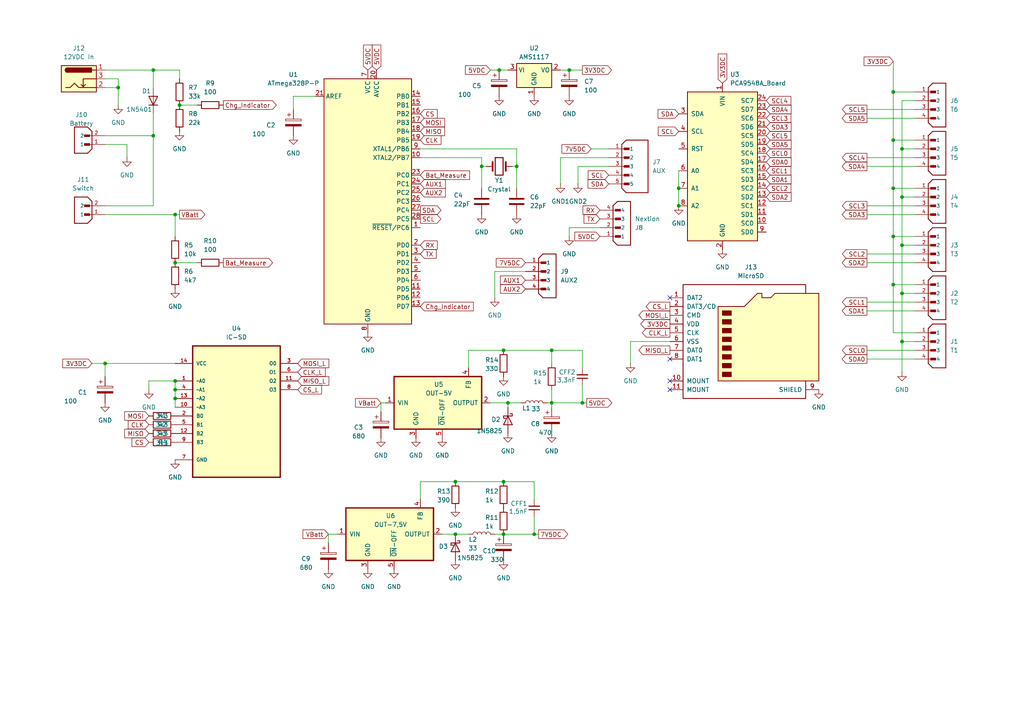
<source format=kicad_sch>
(kicad_sch (version 20231120) (generator "eeschema") (generator_version "8.0")
  (paper "A4")
  (junction (at 259.08 82.55))
  (junction (at 259.08 54.61))
  (junction (at 50.8 110.49))
  (junction (at 160.02 116.84))
  (junction (at 261.62 71.12))
  (junction (at 259.08 68.58))
  (junction (at 146.05 101.6))
  (junction (at 139.7 48.26))
  (junction (at 50.8 115.57))
  (junction (at 160.02 101.6))
  (junction (at 165.1 20.32))
  (junction (at 261.62 57.15))
  (junction (at 147.32 116.84))
  (junction (at 132.08 154.94))
  (junction (at 44.45 39.37))
  (junction (at 259.08 26.67))
  (junction (at 261.62 85.09))
  (junction (at 261.62 43.18))
  (junction (at 52.07 30.48))
  (junction (at 50.8 76.2))
  (junction (at 146.05 139.7))
  (junction (at 261.62 99.06))
  (junction (at 50.8 62.23))
  (junction (at 168.91 116.84))
  (junction (at 146.05 154.94))
  (junction (at 30.48 105.41))
  (junction (at 44.45 20.32))
  (junction (at 196.85 54.61))
  (junction (at 144.78 20.32))
  (junction (at 132.08 139.7))
  (junction (at 196.85 59.69))
  (junction (at 34.29 25.4))
  (junction (at 259.08 40.64))
  (junction (at 149.86 48.26))
  (junction (at 154.94 154.94))
  (junction (at 50.8 113.03))
  (no_connect (at 194.31 104.14))
  (no_connect (at 194.31 86.36))
  (no_connect (at 194.31 110.49))
  (no_connect (at 194.31 113.03))
  (wire (pts (xy 168.91 101.6) (xy 160.02 101.6)))
  (wire (pts (xy 251.46 62.23) (xy 265.43 62.23)))
  (wire (pts (xy 34.29 25.4) (xy 34.29 30.48)))
  (wire (pts (xy 142.24 116.84) (xy 147.32 116.84)))
  (wire (pts (xy 165.1 66.04) (xy 173.99 66.04)))
  (wire (pts (xy 43.18 110.49) (xy 43.18 113.03)))
  (wire (pts (xy 34.29 22.86) (xy 34.29 25.4)))
  (wire (pts (xy 26.67 105.41) (xy 30.48 105.41)))
  (wire (pts (xy 259.08 26.67) (xy 265.43 26.67)))
  (wire (pts (xy 171.45 43.18) (xy 176.53 43.18)))
  (wire (pts (xy 50.8 110.49) (xy 50.8 113.03)))
  (wire (pts (xy 261.62 57.15) (xy 265.43 57.15)))
  (wire (pts (xy 154.94 154.94) (xy 146.05 154.94)))
  (wire (pts (xy 135.89 101.6) (xy 135.89 106.68)))
  (wire (pts (xy 265.43 68.58) (xy 259.08 68.58)))
  (wire (pts (xy 85.09 27.94) (xy 91.44 27.94)))
  (wire (pts (xy 52.07 20.32) (xy 52.07 22.86)))
  (wire (pts (xy 168.91 111.76) (xy 168.91 116.84)))
  (wire (pts (xy 160.02 116.84) (xy 168.91 116.84)))
  (wire (pts (xy 132.08 154.94) (xy 135.89 154.94)))
  (wire (pts (xy 139.7 48.26) (xy 140.97 48.26)))
  (wire (pts (xy 85.09 31.75) (xy 85.09 27.94)))
  (wire (pts (xy 44.45 25.4) (xy 44.45 20.32)))
  (wire (pts (xy 259.08 82.55) (xy 259.08 68.58)))
  (wire (pts (xy 251.46 101.6) (xy 265.43 101.6)))
  (wire (pts (xy 251.46 87.63) (xy 265.43 87.63)))
  (wire (pts (xy 251.46 90.17) (xy 265.43 90.17)))
  (wire (pts (xy 251.46 31.75) (xy 265.43 31.75)))
  (wire (pts (xy 261.62 43.18) (xy 265.43 43.18)))
  (wire (pts (xy 154.94 149.86) (xy 154.94 154.94)))
  (wire (pts (xy 160.02 113.03) (xy 160.02 116.84)))
  (wire (pts (xy 142.24 20.32) (xy 144.78 20.32)))
  (wire (pts (xy 251.46 73.66) (xy 265.43 73.66)))
  (wire (pts (xy 121.92 43.18) (xy 149.86 43.18)))
  (wire (pts (xy 162.56 20.32) (xy 165.1 20.32)))
  (wire (pts (xy 265.43 82.55) (xy 259.08 82.55)))
  (wire (pts (xy 162.56 53.34) (xy 162.56 45.72)))
  (wire (pts (xy 168.91 106.68) (xy 168.91 101.6)))
  (wire (pts (xy 149.86 43.18) (xy 149.86 48.26)))
  (wire (pts (xy 196.85 49.53) (xy 196.85 54.61)))
  (wire (pts (xy 261.62 71.12) (xy 265.43 71.12)))
  (wire (pts (xy 261.62 85.09) (xy 265.43 85.09)))
  (wire (pts (xy 30.48 20.32) (xy 44.45 20.32)))
  (wire (pts (xy 165.1 20.32) (xy 168.91 20.32)))
  (wire (pts (xy 261.62 99.06) (xy 265.43 99.06)))
  (wire (pts (xy 43.18 110.49) (xy 50.8 110.49)))
  (wire (pts (xy 50.8 76.2) (xy 57.15 76.2)))
  (wire (pts (xy 30.48 59.69) (xy 44.45 59.69)))
  (wire (pts (xy 251.46 34.29) (xy 265.43 34.29)))
  (wire (pts (xy 160.02 105.41) (xy 160.02 101.6)))
  (wire (pts (xy 139.7 54.61) (xy 139.7 48.26)))
  (wire (pts (xy 176.53 48.26) (xy 167.64 48.26)))
  (wire (pts (xy 261.62 57.15) (xy 261.62 71.12)))
  (wire (pts (xy 259.08 40.64) (xy 259.08 54.61)))
  (wire (pts (xy 50.8 115.57) (xy 50.8 118.11)))
  (wire (pts (xy 261.62 99.06) (xy 261.62 107.95)))
  (wire (pts (xy 251.46 104.14) (xy 265.43 104.14)))
  (wire (pts (xy 143.51 78.74) (xy 152.4 78.74)))
  (wire (pts (xy 162.56 45.72) (xy 176.53 45.72)))
  (wire (pts (xy 251.46 48.26) (xy 265.43 48.26)))
  (wire (pts (xy 30.48 22.86) (xy 34.29 22.86)))
  (wire (pts (xy 50.8 62.23) (xy 50.8 68.58)))
  (wire (pts (xy 259.08 40.64) (xy 259.08 26.67)))
  (wire (pts (xy 95.25 157.48) (xy 95.25 154.94)))
  (wire (pts (xy 121.92 139.7) (xy 121.92 144.78)))
  (wire (pts (xy 30.48 62.23) (xy 50.8 62.23)))
  (wire (pts (xy 259.08 17.78) (xy 259.08 26.67)))
  (wire (pts (xy 44.45 59.69) (xy 44.45 39.37)))
  (wire (pts (xy 36.83 41.91) (xy 30.48 41.91)))
  (wire (pts (xy 259.08 96.52) (xy 259.08 82.55)))
  (wire (pts (xy 44.45 20.32) (xy 52.07 20.32)))
  (wire (pts (xy 30.48 25.4) (xy 34.29 25.4)))
  (wire (pts (xy 261.62 43.18) (xy 261.62 57.15)))
  (wire (pts (xy 147.32 116.84) (xy 147.32 118.11)))
  (wire (pts (xy 168.91 116.84) (xy 170.18 116.84)))
  (wire (pts (xy 139.7 45.72) (xy 139.7 48.26)))
  (wire (pts (xy 182.88 105.41) (xy 182.88 99.06)))
  (wire (pts (xy 30.48 105.41) (xy 50.8 105.41)))
  (wire (pts (xy 251.46 76.2) (xy 265.43 76.2)))
  (wire (pts (xy 132.08 139.7) (xy 121.92 139.7)))
  (wire (pts (xy 261.62 71.12) (xy 261.62 85.09)))
  (wire (pts (xy 52.07 30.48) (xy 57.15 30.48)))
  (wire (pts (xy 259.08 54.61) (xy 259.08 68.58)))
  (wire (pts (xy 167.64 48.26) (xy 167.64 53.34)))
  (wire (pts (xy 146.05 154.94) (xy 143.51 154.94)))
  (wire (pts (xy 149.86 54.61) (xy 149.86 48.26)))
  (wire (pts (xy 265.43 29.21) (xy 261.62 29.21)))
  (wire (pts (xy 261.62 29.21) (xy 261.62 43.18)))
  (wire (pts (xy 128.27 154.94) (xy 132.08 154.94)))
  (wire (pts (xy 165.1 68.58) (xy 165.1 66.04)))
  (wire (pts (xy 154.94 139.7) (xy 146.05 139.7)))
  (wire (pts (xy 50.8 62.23) (xy 52.07 62.23)))
  (wire (pts (xy 196.85 54.61) (xy 196.85 59.69)))
  (wire (pts (xy 158.75 116.84) (xy 160.02 116.84)))
  (wire (pts (xy 132.08 139.7) (xy 146.05 139.7)))
  (wire (pts (xy 261.62 85.09) (xy 261.62 99.06)))
  (wire (pts (xy 156.21 154.94) (xy 154.94 154.94)))
  (wire (pts (xy 110.49 116.84) (xy 111.76 116.84)))
  (wire (pts (xy 95.25 154.94) (xy 97.79 154.94)))
  (wire (pts (xy 147.32 116.84) (xy 151.13 116.84)))
  (wire (pts (xy 144.78 20.32) (xy 147.32 20.32)))
  (wire (pts (xy 251.46 59.69) (xy 265.43 59.69)))
  (wire (pts (xy 149.86 48.26) (xy 148.59 48.26)))
  (wire (pts (xy 139.7 45.72) (xy 121.92 45.72)))
  (wire (pts (xy 146.05 101.6) (xy 135.89 101.6)))
  (wire (pts (xy 143.51 86.36) (xy 143.51 78.74)))
  (wire (pts (xy 44.45 39.37) (xy 30.48 39.37)))
  (wire (pts (xy 182.88 99.06) (xy 194.31 99.06)))
  (wire (pts (xy 265.43 54.61) (xy 259.08 54.61)))
  (wire (pts (xy 36.83 41.91) (xy 36.83 45.72)))
  (wire (pts (xy 265.43 96.52) (xy 259.08 96.52)))
  (wire (pts (xy 154.94 144.78) (xy 154.94 139.7)))
  (wire (pts (xy 50.8 113.03) (xy 50.8 115.57)))
  (wire (pts (xy 251.46 45.72) (xy 265.43 45.72)))
  (wire (pts (xy 160.02 116.84) (xy 160.02 118.11)))
  (wire (pts (xy 110.49 119.38) (xy 110.49 116.84)))
  (wire (pts (xy 30.48 109.22) (xy 30.48 105.41)))
  (wire (pts (xy 265.43 40.64) (xy 259.08 40.64)))
  (wire (pts (xy 146.05 101.6) (xy 160.02 101.6)))
  (wire (pts (xy 44.45 33.02) (xy 44.45 39.37)))
  (global_label "MISO_L" (shape output) (at 194.31 101.6 180) (property "Intersheetrefs" "${INTERSHEET_REFS}" (effects (hide yes))))
  (global_label "AUX1" (shape input) (at 121.92 53.34 0) (property "Intersheetrefs" "${INTERSHEET_REFS}" (effects (hide yes))))
  (global_label "SCL1" (shape output) (at 251.46 87.63 180) (property "Intersheetrefs" "${INTERSHEET_REFS}" (effects (hide yes))))
  (global_label "SCL" (shape input) (at 176.53 50.8 180) (property "Intersheetrefs" "${INTERSHEET_REFS}" (effects (hide yes))))
  (global_label "SCL4" (shape input) (at 222.25 29.21 0) (property "Intersheetrefs" "${INTERSHEET_REFS}" (effects (hide yes))))
  (global_label "AUX1" (shape input) (at 152.4 81.28 180) (property "Intersheetrefs" "${INTERSHEET_REFS}" (effects (hide yes))))
  (global_label "3V3DC" (shape output) (at 168.91 20.32 0) (property "Intersheetrefs" "${INTERSHEET_REFS}" (effects (hide yes))))
  (global_label "5VDC" (shape input) (at 106.68 20.32 90) (property "Intersheetrefs" "${INTERSHEET_REFS}" (effects (hide yes))))
  (global_label "5VDC" (shape input) (at 173.99 68.58 180) (property "Intersheetrefs" "${INTERSHEET_REFS}" (effects (hide yes))))
  (global_label "RX" (shape input) (at 121.92 71.12 0) (property "Intersheetrefs" "${INTERSHEET_REFS}" (effects (hide yes))))
  (global_label "7V5DC" (shape input) (at 152.4 76.2 180) (property "Intersheetrefs" "${INTERSHEET_REFS}" (effects (hide yes))))
  (global_label "SCL3" (shape input) (at 222.25 34.29 0) (property "Intersheetrefs" "${INTERSHEET_REFS}" (effects (hide yes))))
  (global_label "RX" (shape input) (at 173.99 60.96 180) (property "Intersheetrefs" "${INTERSHEET_REFS}" (effects (hide yes))))
  (global_label "SDA" (shape input) (at 176.53 53.34 180) (property "Intersheetrefs" "${INTERSHEET_REFS}" (effects (hide yes))))
  (global_label "AUX2" (shape input) (at 121.92 55.88 0) (property "Intersheetrefs" "${INTERSHEET_REFS}" (effects (hide yes))))
  (global_label "SDA3" (shape output) (at 251.46 62.23 180) (property "Intersheetrefs" "${INTERSHEET_REFS}" (effects (hide yes))))
  (global_label "CS" (shape input) (at 121.92 33.02 0) (property "Intersheetrefs" "${INTERSHEET_REFS}" (effects (hide yes))))
  (global_label "SDA" (shape input) (at 196.85 33.02 180) (property "Intersheetrefs" "${INTERSHEET_REFS}" (effects (hide yes))))
  (global_label "3V3DC" (shape input) (at 26.67 105.41 180) (property "Intersheetrefs" "${INTERSHEET_REFS}" (effects (hide yes))))
  (global_label "MOSI_L" (shape input) (at 86.36 105.41 0) (property "Intersheetrefs" "${INTERSHEET_REFS}" (effects (hide yes))))
  (global_label "5VDC" (shape output) (at 170.18 116.84 0) (property "Intersheetrefs" "${INTERSHEET_REFS}" (effects (hide yes))))
  (global_label "Chg_Indicator" (shape output) (at 64.77 30.48 0) (property "Intersheetrefs" "${INTERSHEET_REFS}" (effects (hide yes))))
  (global_label "CLK_L" (shape output) (at 194.31 96.52 180) (property "Intersheetrefs" "${INTERSHEET_REFS}" (effects (hide yes))))
  (global_label "7V5DC" (shape output) (at 156.21 154.94 0) (property "Intersheetrefs" "${INTERSHEET_REFS}" (effects (hide yes))))
  (global_label "TX" (shape input) (at 173.99 63.5 180) (property "Intersheetrefs" "${INTERSHEET_REFS}" (effects (hide yes))))
  (global_label "SCL4" (shape output) (at 251.46 45.72 180) (property "Intersheetrefs" "${INTERSHEET_REFS}" (effects (hide yes))))
  (global_label "SDA5" (shape input) (at 222.25 41.91 0) (property "Intersheetrefs" "${INTERSHEET_REFS}" (effects (hide yes))))
  (global_label "MOSI_L" (shape output) (at 194.31 91.44 180) (property "Intersheetrefs" "${INTERSHEET_REFS}" (effects (hide yes))))
  (global_label "SDA3" (shape input) (at 222.25 36.83 0) (property "Intersheetrefs" "${INTERSHEET_REFS}" (effects (hide yes))))
  (global_label "SCL0" (shape input) (at 222.25 44.45 0) (property "Intersheetrefs" "${INTERSHEET_REFS}" (effects (hide yes))))
  (global_label "TX" (shape input) (at 121.92 73.66 0) (property "Intersheetrefs" "${INTERSHEET_REFS}" (effects (hide yes))))
  (global_label "CLK" (shape input) (at 121.92 40.64 0) (property "Intersheetrefs" "${INTERSHEET_REFS}" (effects (hide yes))))
  (global_label "VBatt" (shape output) (at 52.07 62.23 0) (property "Intersheetrefs" "${INTERSHEET_REFS}" (effects (hide yes))))
  (global_label "SCL2" (shape output) (at 251.46 73.66 180) (property "Intersheetrefs" "${INTERSHEET_REFS}" (effects (hide yes))))
  (global_label "SDA0" (shape output) (at 251.46 104.14 180) (property "Intersheetrefs" "${INTERSHEET_REFS}" (effects (hide yes))))
  (global_label "SDA4" (shape input) (at 222.25 31.75 0) (property "Intersheetrefs" "${INTERSHEET_REFS}" (effects (hide yes))))
  (global_label "SCL2" (shape input) (at 222.25 54.61 0) (property "Intersheetrefs" "${INTERSHEET_REFS}" (effects (hide yes))))
  (global_label "Chg_Indicator" (shape input) (at 121.92 88.9 0) (property "Intersheetrefs" "${INTERSHEET_REFS}" (effects (hide yes))))
  (global_label "CLK" (shape input) (at 43.18 123.19 180) (property "Intersheetrefs" "${INTERSHEET_REFS}" (effects (hide yes))))
  (global_label "CS_L" (shape output) (at 194.31 88.9 180) (property "Intersheetrefs" "${INTERSHEET_REFS}" (effects (hide yes))))
  (global_label "MISO" (shape input) (at 43.18 125.73 180) (property "Intersheetrefs" "${INTERSHEET_REFS}" (effects (hide yes))))
  (global_label "SDA5" (shape output) (at 251.46 34.29 180) (property "Intersheetrefs" "${INTERSHEET_REFS}" (effects (hide yes))))
  (global_label "MOSI" (shape input) (at 121.92 35.56 0) (property "Intersheetrefs" "${INTERSHEET_REFS}" (effects (hide yes))))
  (global_label "SCL5" (shape output) (at 251.46 31.75 180) (property "Intersheetrefs" "${INTERSHEET_REFS}" (effects (hide yes))))
  (global_label "VBatt" (shape input) (at 95.25 154.94 180) (property "Intersheetrefs" "${INTERSHEET_REFS}" (effects (hide yes))))
  (global_label "7V5DC" (shape input) (at 171.45 43.18 180) (property "Intersheetrefs" "${INTERSHEET_REFS}" (effects (hide yes))))
  (global_label "SDA2" (shape output) (at 251.46 76.2 180) (property "Intersheetrefs" "${INTERSHEET_REFS}" (effects (hide yes))))
  (global_label "SDA1" (shape output) (at 251.46 90.17 180) (property "Intersheetrefs" "${INTERSHEET_REFS}" (effects (hide yes))))
  (global_label "Bat_Measure" (shape input) (at 121.92 50.8 0) (property "Intersheetrefs" "${INTERSHEET_REFS}" (effects (hide yes))))
  (global_label "SCL0" (shape output) (at 251.46 101.6 180) (property "Intersheetrefs" "${INTERSHEET_REFS}" (effects (hide yes))))
  (global_label "CS_L" (shape input) (at 86.36 113.03 0) (property "Intersheetrefs" "${INTERSHEET_REFS}" (effects (hide yes))))
  (global_label "SCL1" (shape input) (at 222.25 49.53 0) (property "Intersheetrefs" "${INTERSHEET_REFS}" (effects (hide yes))))
  (global_label "5VDC" (shape input) (at 142.24 20.32 180) (property "Intersheetrefs" "${INTERSHEET_REFS}" (effects (hide yes))))
  (global_label "MISO_L" (shape input) (at 86.36 110.49 0) (property "Intersheetrefs" "${INTERSHEET_REFS}" (effects (hide yes))))
  (global_label "SCL" (shape output) (at 121.92 63.5 0) (property "Intersheetrefs" "${INTERSHEET_REFS}" (effects (hide yes))))
  (global_label "3V3DC" (shape input) (at 259.08 17.78 180) (property "Intersheetrefs" "${INTERSHEET_REFS}" (effects (hide yes))))
  (global_label "AUX2" (shape input) (at 152.4 83.82 180) (property "Intersheetrefs" "${INTERSHEET_REFS}" (effects (hide yes))))
  (global_label "VBatt" (shape input) (at 110.49 116.84 180) (property "Intersheetrefs" "${INTERSHEET_REFS}" (effects (hide yes))))
  (global_label "SDA1" (shape input) (at 222.25 52.07 0) (property "Intersheetrefs" "${INTERSHEET_REFS}" (effects (hide yes))))
  (global_label "5VDC" (shape input) (at 109.22 20.32 90) (property "Intersheetrefs" "${INTERSHEET_REFS}" (effects (hide yes))))
  (global_label "CLK_L" (shape input) (at 86.36 107.95 0) (property "Intersheetrefs" "${INTERSHEET_REFS}" (effects (hide yes))))
  (global_label "SDA" (shape output) (at 121.92 60.96 0) (property "Intersheetrefs" "${INTERSHEET_REFS}" (effects (hide yes))))
  (global_label "SDA4" (shape output) (at 251.46 48.26 180) (property "Intersheetrefs" "${INTERSHEET_REFS}" (effects (hide yes))))
  (global_label "SCL5" (shape input) (at 222.25 39.37 0) (property "Intersheetrefs" "${INTERSHEET_REFS}" (effects (hide yes))))
  (global_label "Bat_Measure" (shape output) (at 64.77 76.2 0) (property "Intersheetrefs" "${INTERSHEET_REFS}" (effects (hide yes))))
  (global_label "SDA0" (shape input) (at 222.25 46.99 0) (property "Intersheetrefs" "${INTERSHEET_REFS}" (effects (hide yes))))
  (global_label "CS" (shape input) (at 43.18 128.27 180) (property "Intersheetrefs" "${INTERSHEET_REFS}" (effects (hide yes))))
  (global_label "SDA2" (shape input) (at 222.25 57.15 0) (property "Intersheetrefs" "${INTERSHEET_REFS}" (effects (hide yes))))
  (global_label "3V3DC" (shape input) (at 209.55 24.13 90) (property "Intersheetrefs" "${INTERSHEET_REFS}" (effects (hide yes))))
  (global_label "SCL3" (shape output) (at 251.46 59.69 180) (property "Intersheetrefs" "${INTERSHEET_REFS}" (effects (hide yes))))
  (global_label "3V3DC" (shape output) (at 194.31 93.98 180) (property "Intersheetrefs" "${INTERSHEET_REFS}" (effects (hide yes))))
  (global_label "SCL" (shape input) (at 196.85 38.1 180) (property "Intersheetrefs" "${INTERSHEET_REFS}" (effects (hide yes))))
  (global_label "MISO" (shape input) (at 121.92 38.1 0) (property "Intersheetrefs" "${INTERSHEET_REFS}" (effects (hide yes))))
  (global_label "MOSI" (shape input) (at 43.18 120.65 180) (property "Intersheetrefs" "${INTERSHEET_REFS}" (effects (hide yes))))
  (symbol (lib_id "power:GND") (at 146.05 109.22 0) (unit 1)
    (property "Reference" "#PWR034" (effects (hide yes)))
    (property "Value" "GND" (at 146.05 114.3 0))
    (property "Description" "Power symbol creates a global label with name \"GND\" , ground" (effects (hide yes)))
  )
  (symbol (lib_id "Device:C_Small") (at 168.91 109.22 180) (unit 1)
    (property "Reference" "CFF2" (at 162.052 107.95 0) (effects (justify right)))
    (property "Value" "3,3nF" (at 161.544 110.236 0) (effects (justify right)))
    (property "Footprint" "Capacitor_THT:C_Disc_D3.0mm_W1.6mm_P2.50mm" (effects (hide yes)))
    (property "Description" "Unpolarized capacitor, small symbol" (effects (hide yes)))
  )
  (symbol (lib_id "JST4PINFEMALE:B4B-XH-A_LF__SN_") (at 273.05 57.15 0) (unit 1)
    (property "Reference" "J4" (at 275.59 57.1499 0) (effects (justify left)))
    (property "Value" "T4" (at 275.59 59.6899 0) (effects (justify left)))
    (property "Footprint" "Project_Fania_Ersa:JST_B4B-XH-A_LF__SN_" (effects (hide yes)))
  )
  (symbol (lib_id "Device:C_Polarized") (at 144.78 24.13 0) (unit 1)
    (property "Reference" "C5" (at 136.906 24.892 0) (effects (justify left)))
    (property "Value" "100" (at 132.842 27.432 0) (effects (justify left)))
    (property "Footprint" "Capacitor_THT:C_Radial_D5.0mm_H11.0mm_P2.00mm" (effects (hide yes)))
    (property "Description" "Polarized capacitor" (effects (hide yes)))
  )
  (symbol (lib_id "power:GND") (at 147.32 125.73 0) (mirror y) (unit 1)
    (property "Reference" "#PWR017" (effects (hide yes)))
    (property "Value" "GND" (at 147.32 130.81 0))
    (property "Description" "Power symbol creates a global label with name \"GND\" , ground" (effects (hide yes)))
  )
  (symbol (lib_id "power:GND") (at 144.78 27.94 0) (unit 1)
    (property "Reference" "#PWR015" (effects (hide yes)))
    (property "Value" "GND" (at 144.78 33.02 0))
    (property "Description" "Power symbol creates a global label with name \"GND\" , ground" (effects (hide yes)))
  )
  (symbol (lib_id "Device:L") (at 139.7 154.94 90) (unit 1)
    (property "Reference" "L2" (at 137.16 156.464 90))
    (property "Value" "33" (at 137.16 159.004 90))
    (property "Footprint" "Inductor_THT:L_Radial_D6.0mm_P4.00mm" (effects (hide yes)))
    (property "Description" "Inductor" (effects (hide yes)))
  )
  (symbol (lib_id "74VHC125M:74VHC125M") (at 68.58 115.57 0) (unit 1)
    (property "Reference" "U4" (at 68.58 95.25 0))
    (property "Value" "IC-SD" (at 68.58 97.79 0))
    (property "Footprint" "Project_Fania_Ersa:SOIC127P600X175-14N" (effects (hide yes)))
    (property "MF" "ON Semiconductor" (effects (hide yes)))
    (property "Description_1" "\nBuffer, Non-Inverting 4 Element 1 Bit per Element 3-State Output 14-TSSOP\n" (effects (hide yes)))
    (property "PACKAGE" "SOIC-14" (effects (hide yes)))
    (property "MPN" "74VHC125M" (effects (hide yes)))
    (property "Price" "None" (effects (hide yes)))
    (property "Package" "SOIC-14 ON Semiconductor" (effects (hide yes)))
    (property "OC_FARNELL" "1014113" (effects (hide yes)))
    (property "SnapEDA_Link" "https://www.snapeda.com/parts/74VHC125M/Onsemi/view-part/?ref=snap" (effects (hide yes)))
    (property "MP" "74VHC125M" (effects (hide yes)))
    (property "SUPPLIER" "Fairchild" (effects (hide yes)))
    (property "OC_NEWARK" "83C5570" (effects (hide yes)))
    (property "Availability" "In Stock" (effects (hide yes)))
    (property "Check_prices" "https://www.snapeda.com/parts/74VHC125M/Onsemi/view-part/?ref=eda" (effects (hide yes)))
  )
  (symbol (lib_id "JST4PINFEMALE:B4B-XH-A_LF__SN_") (at 273.05 99.06 0) (unit 1)
    (property "Reference" "J1" (at 275.59 99.0599 0) (effects (justify left)))
    (property "Value" "T1" (at 275.59 101.5999 0) (effects (justify left)))
    (property "Footprint" "Project_Fania_Ersa:JST_B4B-XH-A_LF__SN_" (effects (hide yes)))
  )
  (symbol (lib_id "MCU_Microchip_ATmega:ATmega328P-P") (at 106.68 58.42 0) (unit 1)
    (property "Reference" "U1" (at 85.09 21.6214 0))
    (property "Value" "ATmega328P-P" (at 85.09 24.1614 0))
    (property "Footprint" "Package_DIP:DIP-28_W7.62mm" (effects (hide yes)))
    (property "Datasheet" "http://ww1.microchip.com/downloads/en/DeviceDoc/ATmega328_P%20AVR%20MCU%20with%20picoPower%20Technology%20Data%20Sheet%2040001984A.pdf" (effects (hide yes)))
    (property "Description" "20MHz, 32kB Flash, 2kB SRAM, 1kB EEPROM, DIP-28" (effects (hide yes)))
  )
  (symbol (lib_id "JST4PINFEMALE:B4B-XH-A_LF__SN_") (at 181.61 66.04 0) (mirror x) (unit 1)
    (property "Reference" "J8" (at 184.15 66.0401 0) (effects (justify left)))
    (property "Value" "Nextion" (at 184.15 63.5001 0) (effects (justify left)))
    (property "Footprint" "Project_Fania_Ersa:JST_B4B-XH-A_LF__SN_" (effects (hide yes)))
  )
  (symbol (lib_id "LM2596-ADJ:LM2596T-ADJ_NOPB") (at 127 119.38 0) (unit 1)
    (property "Reference" "U5" (at 127.254 111.506 0))
    (property "Value" "OUT-5V" (at 127.254 114.046 0))
    (property "Footprint" "Package_TO_SOT_THT:TO-220-5_P3.4x3.7mm_StaggerOdd_Lead3.8mm_Vertical" (effects (hide yes)))
    (property "MF" "Texas Instruments" (effects (hide yes)))
    (property "Description_1" "\nSIMPLE SWITCHER&reg; 4.5V to 40V, 3A Low Component Count Step-Down Regulator\n" (effects (hide yes)))
    (property "Package" "TO-220-5 Texas Instruments" (effects (hide yes)))
    (property "Price" "None" (effects (hide yes)))
    (property "SnapEDA_Link" "https://www.snapeda.com/parts/LM2596T-ADJ/NOPB/Texas+Instruments/view-part/?ref=snap" (effects (hide yes)))
    (property "MP" "LM2596T-ADJ/NOPB" (effects (hide yes)))
    (property "Availability" "In Stock" (effects (hide yes)))
    (property "Check_prices" "https://www.snapeda.com/parts/LM2596T-ADJ/NOPB/Texas+Instruments/view-part/?ref=eda" (effects (hide yes)))
  )
  (symbol (lib_id "LM2596-ADJ:LM2596T-ADJ_NOPB") (at 113.03 157.48 0) (unit 1)
    (property "Reference" "U6" (at 113.284 149.606 0))
    (property "Value" "OUT-7,5V" (at 113.284 152.146 0))
    (property "Footprint" "Package_TO_SOT_THT:TO-220-5_P3.4x3.7mm_StaggerOdd_Lead3.8mm_Vertical" (effects (hide yes)))
    (property "MF" "Texas Instruments" (effects (hide yes)))
    (property "Description_1" "\nSIMPLE SWITCHER&reg; 4.5V to 40V, 3A Low Component Count Step-Down Regulator\n" (effects (hide yes)))
    (property "Package" "TO-220-5 Texas Instruments" (effects (hide yes)))
    (property "Price" "None" (effects (hide yes)))
    (property "SnapEDA_Link" "https://www.snapeda.com/parts/LM2596T-ADJ/NOPB/Texas+Instruments/view-part/?ref=snap" (effects (hide yes)))
    (property "MP" "LM2596T-ADJ/NOPB" (effects (hide yes)))
    (property "Availability" "In Stock" (effects (hide yes)))
    (property "Check_prices" "https://www.snapeda.com/parts/LM2596T-ADJ/NOPB/Texas+Instruments/view-part/?ref=eda" (effects (hide yes)))
  )
  (symbol (lib_id "Connector:Barrel_Jack_Switch") (at 22.86 22.86 0) (unit 1)
    (property "Reference" "J12" (at 22.86 13.97 0))
    (property "Value" "12VDC In" (at 22.86 16.51 0))
    (property "Footprint" "Connector_BarrelJack:BarrelJack_Horizontal" (effects (hide yes)))
    (property "Description" "DC Barrel Jack with an internal switch" (effects (hide yes)))
  )
  (symbol (lib_id "power:GND") (at 50.8 83.82 0) (unit 1)
    (property "Reference" "#PWR05" (effects (hide yes)))
    (property "Value" "GND" (at 50.8 88.9 0))
    (property "Description" "Power symbol creates a global label with name \"GND\" , ground" (effects (hide yes)))
  )
  (symbol (lib_id "power:GND") (at 165.1 68.58 0) (unit 1)
    (property "Reference" "#PWR021" (effects (hide yes)))
    (property "Value" "GND" (at 165.1 73.66 0))
    (property "Description" "Power symbol creates a global label with name \"GND\" , ground" (effects (hide yes)))
  )
  (symbol (lib_id "Device:R") (at 46.99 125.73 90) (unit 1)
    (property "Reference" "R3" (at 46.99 125.73 90))
    (property "Value" "3k3" (at 46.99 125.73 90))
    (property "Footprint" "Resistor_THT:R_Axial_DIN0207_L6.3mm_D2.5mm_P10.16mm_Horizontal" (effects (hide yes)))
    (property "Description" "Resistor" (effects (hide yes)))
  )
  (symbol (lib_id "power:GND") (at 261.62 107.95 0) (unit 1)
    (property "Reference" "#PWR027" (effects (hide yes)))
    (property "Value" "GND" (at 261.62 113.03 0))
    (property "Description" "Power symbol creates a global label with name \"GND\" , ground" (effects (hide yes)))
  )
  (symbol (lib_id "Diode:1N5822") (at 147.32 121.92 270) (unit 1)
    (property "Reference" "D2" (at 142.494 121.666 90) (effects (justify left)))
    (property "Value" "1N5825" (at 138.176 124.968 90) (effects (justify left)))
    (property "Footprint" "Project_Fania_Ersa:D_DO-201AD_P15.24mm_Horizontal" (effects (hide yes)))
    (property "Datasheet" "http://www.vishay.com/docs/88526/1n5820.pdf" (effects (hide yes)))
    (property "Description" "40V 3A Schottky Barrier Rectifier Diode, DO-201AD" (effects (hide yes)))
  )
  (symbol (lib_id "JST4PINFEMALE:B4B-XH-A_LF__SN_") (at 273.05 71.12 0) (unit 1)
    (property "Reference" "J3" (at 275.59 71.1199 0) (effects (justify left)))
    (property "Value" "T3" (at 275.59 73.6599 0) (effects (justify left)))
    (property "Footprint" "Project_Fania_Ersa:JST_B4B-XH-A_LF__SN_" (effects (hide yes)))
  )
  (symbol (lib_id "power:GND") (at 149.86 62.23 0) (unit 1)
    (property "Reference" "#PWR016" (effects (hide yes)))
    (property "Value" "GND" (at 149.86 67.31 0))
    (property "Description" "Power symbol creates a global label with name \"GND\" , ground" (effects (hide yes)))
  )
  (symbol (lib_id "JST4PINFEMALE:B4B-XH-A_LF__SN_") (at 273.05 29.21 0) (unit 1)
    (property "Reference" "J6" (at 275.59 29.2099 0) (effects (justify left)))
    (property "Value" "T6" (at 275.59 31.7499 0) (effects (justify left)))
    (property "Footprint" "Project_Fania_Ersa:JST_B4B-XH-A_LF__SN_" (effects (hide yes)))
  )
  (symbol (lib_id "Device:C_Small") (at 154.94 147.32 180) (unit 1)
    (property "Reference" "CFF1" (at 148.082 146.05 0) (effects (justify right)))
    (property "Value" "1,5nF" (at 147.574 148.336 0) (effects (justify right)))
    (property "Footprint" "Capacitor_THT:C_Disc_D3.0mm_W1.6mm_P2.50mm" (effects (hide yes)))
    (property "Description" "Unpolarized capacitor, small symbol" (effects (hide yes)))
  )
  (symbol (lib_id "power:GND") (at 95.25 165.1 0) (unit 1)
    (property "Reference" "#PWR030" (effects (hide yes)))
    (property "Value" "GND" (at 95.25 170.18 0))
    (property "Description" "Power symbol creates a global label with name \"GND\" , ground" (effects (hide yes)))
  )
  (symbol (lib_id "Device:R") (at 60.96 76.2 270) (mirror x) (unit 1)
    (property "Reference" "R10" (at 60.96 69.85 90))
    (property "Value" "100" (at 60.96 72.39 90))
    (property "Footprint" "Resistor_THT:R_Axial_DIN0207_L6.3mm_D2.5mm_P10.16mm_Horizontal" (effects (hide yes)))
    (property "Description" "Resistor" (effects (hide yes)))
  )
  (symbol (lib_id "power:GND") (at 167.64 53.34 0) (unit 1)
    (property "Reference" "#PWR035" (effects (hide yes)))
    (property "Value" "GND2" (at 167.64 58.42 0))
    (property "Description" "Power symbol creates a global label with name \"GND\" , ground" (effects (hide yes)))
  )
  (symbol (lib_id "power:GND") (at 106.68 165.1 0) (unit 1)
    (property "Reference" "#PWR029" (effects (hide yes)))
    (property "Value" "GND" (at 106.68 170.18 0))
    (property "Description" "Power symbol creates a global label with name \"GND\" , ground" (effects (hide yes)))
  )
  (symbol (lib_id "power:GND") (at 114.3 165.1 0) (unit 1)
    (property "Reference" "#PWR028" (effects (hide yes)))
    (property "Value" "GND" (at 114.3 170.18 0))
    (property "Description" "Power symbol creates a global label with name \"GND\" , ground" (effects (hide yes)))
  )
  (symbol (lib_id "Device:R") (at 50.8 72.39 0) (unit 1)
    (property "Reference" "R5" (at 53.34 71.1199 0) (effects (justify left)))
    (property "Value" "10k" (at 53.34 73.6599 0) (effects (justify left)))
    (property "Footprint" "Resistor_THT:R_Axial_DIN0207_L6.3mm_D2.5mm_P10.16mm_Horizontal" (effects (hide yes)))
    (property "Description" "Resistor" (effects (hide yes)))
  )
  (symbol (lib_id "Device:L") (at 154.94 116.84 90) (unit 1)
    (property "Reference" "L1" (at 152.654 118.364 90))
    (property "Value" "33" (at 155.448 118.618 90))
    (property "Footprint" "Inductor_THT:L_Radial_D6.0mm_P4.00mm" (effects (hide yes)))
    (property "Description" "Inductor" (effects (hide yes)))
  )
  (symbol (lib_id "Device:R") (at 160.02 109.22 180) (unit 1)
    (property "Reference" "R15" (at 154.686 108.204 0) (effects (justify right)))
    (property "Value" "1k" (at 154.686 110.744 0) (effects (justify right)))
    (property "Footprint" "Resistor_THT:R_Axial_DIN0207_L6.3mm_D2.5mm_P10.16mm_Horizontal" (effects (hide yes)))
    (property "Description" "Resistor" (effects (hide yes)))
  )
  (symbol (lib_id "Device:C_Polarized") (at 30.48 113.03 0) (unit 1)
    (property "Reference" "C1" (at 22.606 113.792 0) (effects (justify left)))
    (property "Value" "100" (at 18.542 116.332 0) (effects (justify left)))
    (property "Footprint" "Capacitor_THT:C_Radial_D5.0mm_H11.0mm_P2.00mm" (effects (hide yes)))
    (property "Description" "Polarized capacitor" (effects (hide yes)))
  )
  (symbol (lib_id "JST4PINFEMALE:B4B-XH-A_LF__SN_") (at 273.05 43.18 0) (unit 1)
    (property "Reference" "J5" (at 275.59 43.1799 0) (effects (justify left)))
    (property "Value" "T5" (at 275.59 45.7199 0) (effects (justify left)))
    (property "Footprint" "Project_Fania_Ersa:JST_B4B-XH-A_LF__SN_" (effects (hide yes)))
  )
  (symbol (lib_id "power:GND") (at 160.02 125.73 0) (unit 1)
    (property "Reference" "#PWR022" (effects (hide yes)))
    (property "Value" "GND" (at 160.02 130.81 0))
    (property "Description" "Power symbol creates a global label with name \"GND\" , ground" (effects (hide yes)))
  )
  (symbol (lib_id "Regulator_Linear:AMS1117-3.3") (at 154.94 20.32 0) (unit 1)
    (property "Reference" "U2" (at 154.94 13.97 0))
    (property "Value" "AMS1117" (at 154.94 16.51 0))
    (property "Footprint" "Package_TO_SOT_SMD:SOT-223-3_TabPin2" (effects (hide yes)))
    (property "Datasheet" "http://www.advanced-monolithic.com/pdf/ds1117.pdf" (effects (hide yes)))
    (property "Description" "1A Low Dropout regulator, positive, 3.3V fixed output, SOT-223" (effects (hide yes)))
  )
  (symbol (lib_id "Device:R") (at 146.05 143.51 180) (unit 1)
    (property "Reference" "R12" (at 140.716 142.494 0) (effects (justify right)))
    (property "Value" "1k" (at 140.716 145.034 0) (effects (justify right)))
    (property "Footprint" "Resistor_THT:R_Axial_DIN0207_L6.3mm_D2.5mm_P10.16mm_Horizontal" (effects (hide yes)))
    (property "Description" "Resistor" (effects (hide yes)))
  )
  (symbol (lib_id "power:GND") (at 154.94 27.94 0) (unit 1)
    (property "Reference" "#PWR018" (effects (hide yes)))
    (property "Value" "GND" (at 154.94 33.02 0))
    (property "Description" "Power symbol creates a global label with name \"GND\" , ground" (effects (hide yes)))
  )
  (symbol (lib_id "Device:R") (at 52.07 26.67 0) (unit 1)
    (property "Reference" "R7" (at 54.61 25.3999 0) (effects (justify left)))
    (property "Value" "33k" (at 54.61 27.9399 0) (effects (justify left)))
    (property "Footprint" "Resistor_THT:R_Axial_DIN0207_L6.3mm_D2.5mm_P10.16mm_Horizontal" (effects (hide yes)))
    (property "Description" "Resistor" (effects (hide yes)))
  )
  (symbol (lib_id "PCA9548A:PCA9548A") (at 209.55 48.26 0) (unit 1)
    (property "Reference" "U3" (at 211.7441 21.59 0) (effects (justify left)))
    (property "Value" "PCA9548A_Board" (at 211.7441 24.13 0) (effects (justify left)))
    (property "Footprint" "Project_Fania_Ersa:PCA9548A" (effects (hide yes)))
  )
  (symbol (lib_id "Diode:1N5822") (at 132.08 158.75 270) (unit 1)
    (property "Reference" "D3" (at 127.254 158.496 90) (effects (justify left)))
    (property "Value" "1N5825" (at 132.588 161.798 90) (effects (justify left)))
    (property "Footprint" "Project_Fania_Ersa:D_DO-201AD_P15.24mm_Horizontal" (effects (hide yes)))
    (property "Datasheet" "http://www.vishay.com/docs/88526/1n5820.pdf" (effects (hide yes)))
    (property "Description" "40V 3A Schottky Barrier Rectifier Diode, DO-201AD" (effects (hide yes)))
  )
  (symbol (lib_id "Device:R") (at 146.05 105.41 180) (unit 1)
    (property "Reference" "R14" (at 140.716 104.394 0) (effects (justify right)))
    (property "Value" "330" (at 140.716 106.934 0) (effects (justify right)))
    (property "Footprint" "Resistor_THT:R_Axial_DIN0207_L6.3mm_D2.5mm_P10.16mm_Horizontal" (effects (hide yes)))
    (property "Description" "Resistor" (effects (hide yes)))
  )
  (symbol (lib_id "Device:R") (at 132.08 143.51 180) (unit 1)
    (property "Reference" "R13" (at 126.746 142.494 0) (effects (justify right)))
    (property "Value" "390" (at 126.746 145.034 0) (effects (justify right)))
    (property "Footprint" "Resistor_THT:R_Axial_DIN0207_L6.3mm_D2.5mm_P10.16mm_Horizontal" (effects (hide yes)))
    (property "Description" "Resistor" (effects (hide yes)))
  )
  (symbol (lib_id "JST5PIN:B5B-XH-A") (at 184.15 48.26 0) (unit 1)
    (property "Reference" "J7" (at 189.23 46.9899 0) (effects (justify left)))
    (property "Value" "AUX" (at 189.23 49.5299 0) (effects (justify left)))
    (property "Footprint" "B5B-XH-A:JST_B5B-XH-A" (effects (hide yes)))
    (property "MF" "JST Sales" (effects (hide yes)))
    (property "MAXIMUM_PACKAGE_HEIGHT" "7.00 mm" (effects (hide yes)))
    (property "Package" "None" (effects (hide yes)))
    (property "Price" "None" (effects (hide yes)))
    (property "Check_prices" "https://www.snapeda.com/parts/B5B-XH-A/JST+Sales+America+Inc./view-part/?ref=eda" (effects (hide yes)))
    (property "STANDARD" "Manufacturer Recommendations" (effects (hide yes)))
    (property "PARTREV" "7/4/21" (effects (hide yes)))
    (property "SnapEDA_Link" "https://www.snapeda.com/parts/B5B-XH-A/JST+Sales+America+Inc./view-part/?ref=snap" (effects (hide yes)))
    (property "MP" "B5B-XH-A" (effects (hide yes)))
    (property "Description_1" "\nConnector Header Through Hole 5 position 0.098 (2.50mm)\n" (effects (hide yes)))
    (property "Availability" "In Stock" (effects (hide yes)))
    (property "MANUFACTURER" "JST" (effects (hide yes)))
  )
  (symbol (lib_id "power:GND") (at 143.51 86.36 0) (unit 1)
    (property "Reference" "#PWR014" (effects (hide yes)))
    (property "Value" "GND" (at 143.51 91.44 0))
    (property "Description" "Power symbol creates a global label with name \"GND\" , ground" (effects (hide yes)))
  )
  (symbol (lib_id "JST4PINFEMALE:B4B-XH-A_LF__SN_") (at 273.05 85.09 0) (unit 1)
    (property "Reference" "J2" (at 275.59 85.0899 0) (effects (justify left)))
    (property "Value" "T2" (at 275.59 87.6299 0) (effects (justify left)))
    (property "Footprint" "Project_Fania_Ersa:JST_B4B-XH-A_LF__SN_" (effects (hide yes)))
  )
  (symbol (lib_id "JST2PINFEMALE:B2B-XH-A") (at 22.86 59.69 180) (unit 1)
    (property "Reference" "J11" (at 24.13 52.07 0))
    (property "Value" "Switch" (at 24.13 54.61 0))
    (property "Footprint" "Project_Fania_Ersa:JST_B2B-XH-A" (effects (hide yes)))
  )
  (symbol (lib_id "power:GND") (at 196.85 59.69 0) (unit 1)
    (property "Reference" "#PWR024" (effects (hide yes)))
    (property "Value" "GND" (at 196.85 64.77 0))
    (property "Description" "Power symbol creates a global label with name \"GND\" , ground" (effects (hide yes)))
  )
  (symbol (lib_id "power:GND") (at 110.49 127 0) (unit 1)
    (property "Reference" "#PWR010" (effects (hide yes)))
    (property "Value" "GND" (at 110.49 132.08 0))
    (property "Description" "Power symbol creates a global label with name \"GND\" , ground" (effects (hide yes)))
  )
  (symbol (lib_id "JST4PINFEMALE:B4B-XH-A_LF__SN_") (at 160.02 78.74 0) (unit 1)
    (property "Reference" "J9" (at 162.56 78.7399 0) (effects (justify left)))
    (property "Value" "AUX2" (at 162.56 81.2799 0) (effects (justify left)))
    (property "Footprint" "Project_Fania_Ersa:JST_B4B-XH-A_LF__SN_" (effects (hide yes)))
  )
  (symbol (lib_id "Device:R") (at 46.99 120.65 90) (unit 1)
    (property "Reference" "R1" (at 46.99 120.396 90))
    (property "Value" "3k3" (at 46.99 120.65 90))
    (property "Footprint" "Resistor_THT:R_Axial_DIN0207_L6.3mm_D2.5mm_P10.16mm_Horizontal" (effects (hide yes)))
    (property "Description" "Resistor" (effects (hide yes)))
  )
  (symbol (lib_id "Device:R") (at 46.99 128.27 90) (unit 1)
    (property "Reference" "R4" (at 47.244 128.27 90))
    (property "Value" "3k3" (at 46.99 128.524 90))
    (property "Footprint" "Resistor_THT:R_Axial_DIN0207_L6.3mm_D2.5mm_P10.16mm_Horizontal" (effects (hide yes)))
    (property "Description" "Resistor" (effects (hide yes)))
  )
  (symbol (lib_id "JST2PINFEMALE:B2B-XH-A") (at 22.86 39.37 180) (unit 1)
    (property "Reference" "J10" (at 23.622 33.274 0))
    (property "Value" "Battery" (at 23.622 35.814 0))
    (property "Footprint" "Connector_JST:JST_XH_S2B-XH-A_1x02_P2.50mm_Horizontal" (effects (hide yes)))
  )
  (symbol (lib_id "power:GND") (at 120.65 127 0) (unit 1)
    (property "Reference" "#PWR011" (effects (hide yes)))
    (property "Value" "GND" (at 120.65 132.08 0))
    (property "Description" "Power symbol creates a global label with name \"GND\" , ground" (effects (hide yes)))
  )
  (symbol (lib_id "power:GND") (at 85.09 39.37 0) (unit 1)
    (property "Reference" "#PWR08" (effects (hide yes)))
    (property "Value" "GND" (at 85.09 44.45 0))
    (property "Description" "Power symbol creates a global label with name \"GND\" , ground" (effects (hide yes)))
  )
  (symbol (lib_id "power:GND") (at 139.7 62.23 0) (unit 1)
    (property "Reference" "#PWR013" (effects (hide yes)))
    (property "Value" "GND" (at 139.7 67.31 0))
    (property "Description" "Power symbol creates a global label with name \"GND\" , ground" (effects (hide yes)))
  )
  (symbol (lib_id "power:GND") (at 106.68 96.52 0) (unit 1)
    (property "Reference" "#PWR09" (effects (hide yes)))
    (property "Value" "GND" (at 106.68 101.6 0))
    (property "Description" "Power symbol creates a global label with name \"GND\" , ground" (effects (hide yes)))
  )
  (symbol (lib_id "Device:C") (at 139.7 58.42 0) (unit 1)
    (property "Reference" "C4" (at 131.572 56.642 0) (effects (justify left)))
    (property "Value" "22pF" (at 131.572 59.182 0) (effects (justify left)))
    (property "Footprint" "Capacitor_THT:C_Disc_D3.0mm_W1.6mm_P2.50mm" (effects (hide yes)))
    (property "Description" "Unpolarized capacitor" (effects (hide yes)))
  )
  (symbol (lib_id "Device:R") (at 50.8 80.01 0) (unit 1)
    (property "Reference" "R6" (at 53.34 78.7399 0) (effects (justify left)))
    (property "Value" "4k7" (at 53.34 81.2799 0) (effects (justify left)))
    (property "Footprint" "Resistor_THT:R_Axial_DIN0207_L6.3mm_D2.5mm_P10.16mm_Horizontal" (effects (hide yes)))
    (property "Description" "Resistor" (effects (hide yes)))
  )
  (symbol (lib_id "power:GND") (at 237.49 113.03 0) (unit 1)
    (property "Reference" "#PWR026" (effects (hide yes)))
    (property "Value" "GND" (at 237.49 118.11 0))
    (property "Description" "Power symbol creates a global label with name \"GND\" , ground" (effects (hide yes)))
  )
  (symbol (lib_id "power:GND") (at 43.18 113.03 0) (unit 1)
    (property "Reference" "#PWR04" (effects (hide yes)))
    (property "Value" "GND" (at 43.18 118.11 0))
    (property "Description" "Power symbol creates a global label with name \"GND\" , ground" (effects (hide yes)))
  )
  (symbol (lib_id "Device:R") (at 46.99 123.19 90) (unit 1)
    (property "Reference" "R2" (at 46.99 123.19 90))
    (property "Value" "3k3" (at 46.99 123.19 90))
    (property "Footprint" "Resistor_THT:R_Axial_DIN0207_L6.3mm_D2.5mm_P10.16mm_Horizontal" (effects (hide yes)))
    (property "Description" "Resistor" (effects (hide yes)))
  )
  (symbol (lib_id "power:GND") (at 30.48 116.84 0) (unit 1)
    (property "Reference" "#PWR01" (effects (hide yes)))
    (property "Value" "GND" (at 30.48 121.92 0))
    (property "Description" "Power symbol creates a global label with name \"GND\" , ground" (effects (hide yes)))
  )
  (symbol (lib_id "Device:C_Polarized") (at 165.1 24.13 0) (unit 1)
    (property "Reference" "C7" (at 169.418 23.622 0) (effects (justify left)))
    (property "Value" "100" (at 169.418 26.162 0) (effects (justify left)))
    (property "Footprint" "Capacitor_THT:C_Radial_D5.0mm_H11.0mm_P2.00mm" (effects (hide yes)))
    (property "Description" "Polarized capacitor" (effects (hide yes)))
  )
  (symbol (lib_id "Device:C_Polarized") (at 95.25 161.29 0) (unit 1)
    (property "Reference" "C9" (at 87.376 162.052 0) (effects (justify left)))
    (property "Value" "680" (at 86.868 164.592 0) (effects (justify left)))
    (property "Footprint" "Capacitor_THT:C_Radial_D5.0mm_H11.0mm_P2.00mm" (effects (hide yes)))
    (property "Description" "Polarized capacitor" (effects (hide yes)))
  )
  (symbol (lib_id "Device:C_Polarized") (at 85.09 35.56 0) (unit 1)
    (property "Reference" "C2" (at 77.216 36.322 0) (effects (justify left)))
    (property "Value" "100" (at 73.152 38.862 0) (effects (justify left)))
    (property "Footprint" "Capacitor_THT:C_Radial_D5.0mm_H11.0mm_P2.00mm" (effects (hide yes)))
    (property "Description" "Polarized capacitor" (effects (hide yes)))
  )
  (symbol (lib_id "power:GND") (at 36.83 45.72 0) (unit 1)
    (property "Reference" "#PWR03" (effects (hide yes)))
    (property "Value" "GND" (at 36.83 50.8 0))
    (property "Description" "Power symbol creates a global label with name \"GND\" , ground" (effects (hide yes)))
  )
  (symbol (lib_id "power:GND") (at 34.29 30.48 0) (unit 1)
    (property "Reference" "#PWR02" (effects (hide yes)))
    (property "Value" "GND" (at 34.29 35.56 0))
    (property "Description" "Power symbol creates a global label with name \"GND\" , ground" (effects (hide yes)))
  )
  (symbol (lib_id "power:GND") (at 52.07 38.1 0) (unit 1)
    (property "Reference" "#PWR07" (effects (hide yes)))
    (property "Value" "GND" (at 52.07 43.18 0))
    (property "Description" "Power symbol creates a global label with name \"GND\" , ground" (effects (hide yes)))
  )
  (symbol (lib_id "Device:C") (at 149.86 58.42 0) (unit 1)
    (property "Reference" "C6" (at 153.67 57.1499 0) (effects (justify left)))
    (property "Value" "22pF" (at 153.67 59.6899 0) (effects (justify left)))
    (property "Footprint" "Capacitor_THT:C_Disc_D3.0mm_W1.6mm_P2.50mm" (effects (hide yes)))
    (property "Description" "Unpolarized capacitor" (effects (hide yes)))
  )
  (symbol (lib_id "Device:Crystal") (at 144.78 48.26 0) (unit 1)
    (property "Reference" "Y1" (at 144.78 52.324 0))
    (property "Value" "Crystal" (at 144.78 54.864 0))
    (property "Footprint" "Crystal:Crystal_HC49-4H_Vertical" (effects (hide yes)))
    (property "Description" "Two pin crystal" (effects (hide yes)))
  )
  (symbol (lib_id "DM3AT-SF-PEJM5:DM3AT-SF-PEJM5") (at 210.82 100.33 0) (unit 1)
    (property "Reference" "J13" (at 217.805 77.47 0))
    (property "Value" "MicroSD" (at 217.805 80.01 0))
    (property "Footprint" "Project_Fania_Ersa:HRS_DM3AT-SF-PEJM5" (effects (hide yes)))
    (property "MF" "Hirose Electric Co Ltd" (effects (hide yes)))
    (property "MAXIMUM_PACKAGE_HEIGHT" "1.83 mm" (effects (hide yes)))
    (property "Package" "None" (effects (hide yes)))
    (property "Price" "None" (effects (hide yes)))
    (property "Check_prices" "https://www.snapeda.com/parts/DM3AT-SF-PEJM5/Hirose+Electric+Co+Ltd/view-part/?ref=eda" (effects (hide yes)))
    (property "STANDARD" "Manufacturer Recommendations" (effects (hide yes)))
    (property "PARTREV" "20200913" (effects (hide yes)))
    (property "SnapEDA_Link" "https://www.snapeda.com/parts/DM3AT-SF-PEJM5/Hirose+Electric+Co+Ltd/view-part/?ref=snap" (effects (hide yes)))
    (property "MP" "DM3AT-SF-PEJM5" (effects (hide yes)))
    (property "Purchase-URL" "https://www.snapeda.com/api/url_track_click_mouser/?unipart_id=12289146&manufacturer=Hirose Electric Co Ltd&part_name=DM3AT-SF-PEJM5&search_term=micro sd" (effects (hide yes)))
    (property "Description_1" "\n10 (8 + 2) Position Card Connector Secure Digital - microSD™ Surface Mount, Right Angle Gold\n" (effects (hide yes)))
    (property "Availability" "In Stock" (effects (hide yes)))
    (property "MANUFACTURER" "Hirose Electric Co Ltd" (effects (hide yes)))
  )
  (symbol (lib_id "Device:R") (at 60.96 30.48 270) (mirror x) (unit 1)
    (property "Reference" "R9" (at 60.96 24.13 90))
    (property "Value" "100" (at 60.96 26.67 90))
    (property "Footprint" "Resistor_THT:R_Axial_DIN0207_L6.3mm_D2.5mm_P10.16mm_Horizontal" (effects (hide yes)))
    (property "Description" "Resistor" (effects (hide yes)))
  )
  (symbol (lib_id "power:GND") (at 132.08 147.32 0) (unit 1)
    (property "Reference" "#PWR033" (effects (hide yes)))
    (property "Value" "GND" (at 132.08 152.4 0))
    (property "Description" "Power symbol creates a global label with name \"GND\" , ground" (effects (hide yes)))
  )
  (symbol (lib_id "Device:C_Polarized") (at 146.05 158.75 0) (unit 1)
    (property "Reference" "C10" (at 139.954 159.766 0) (effects (justify left)))
    (property "Value" "330" (at 142.24 162.306 0) (effects (justify left)))
    (property "Footprint" "Capacitor_THT:C_Radial_D5.0mm_H11.0mm_P2.00mm" (effects (hide yes)))
    (property "Description" "Polarized capacitor" (effects (hide yes)))
  )
  (symbol (lib_id "power:GND") (at 146.05 162.56 0) (unit 1)
    (property "Reference" "#PWR031" (effects (hide yes)))
    (property "Value" "GND" (at 146.05 167.64 0))
    (property "Description" "Power symbol creates a global label with name \"GND\" , ground" (effects (hide yes)))
  )
  (symbol (lib_id "power:GND") (at 50.8 133.35 0) (unit 1)
    (property "Reference" "#PWR06" (effects (hide yes)))
    (property "Value" "GND" (at 50.8 138.43 0))
    (property "Description" "Power symbol creates a global label with name \"GND\" , ground" (effects (hide yes)))
  )
  (symbol (lib_id "Diode:1N5401") (at 44.45 29.21 90) (unit 1)
    (property "Reference" "D1" (at 41.148 26.416 90) (effects (justify right)))
    (property "Value" "1N5401" (at 36.576 31.75 90) (effects (justify right)))
    (property "Footprint" "Project_Fania_Ersa:D_DO-201AD_P15.24mm_Horizontal" (effects (hide yes)))
    (property "Datasheet" "http://www.vishay.com/docs/88516/1n5400.pdf" (effects (hide yes)))
    (property "Description" "100V 3A General Purpose Rectifier Diode, DO-201AD" (effects (hide yes)))
    (property "Sim.Device" "D" (effects (hide yes)))
    (property "Sim.Pins" "1=K 2=A" (effects (hide yes)))
  )
  (symbol (lib_id "power:GND") (at 162.56 53.34 0) (unit 1)
    (property "Reference" "#PWR019" (effects (hide yes)))
    (property "Value" "GND1" (at 162.56 58.42 0))
    (property "Description" "Power symbol creates a global label with name \"GND\" , ground" (effects (hide yes)))
  )
  (symbol (lib_id "Device:C_Polarized") (at 160.02 121.92 0) (unit 1)
    (property "Reference" "C8" (at 153.924 122.936 0) (effects (justify left)))
    (property "Value" "470" (at 156.21 125.476 0) (effects (justify left)))
    (property "Footprint" "Capacitor_THT:C_Radial_D5.0mm_H11.0mm_P2.00mm" (effects (hide yes)))
    (property "Description" "Polarized capacitor" (effects (hide yes)))
  )
  (symbol (lib_id "power:GND") (at 182.88 105.41 0) (unit 1)
    (property "Reference" "#PWR023" (effects (hide yes)))
    (property "Value" "GND" (at 182.88 110.49 0))
    (property "Description" "Power symbol creates a global label with name \"GND\" , ground" (effects (hide yes)))
  )
  (symbol (lib_id "power:GND") (at 132.08 162.56 0) (unit 1)
    (property "Reference" "#PWR032" (effects (hide yes)))
    (property "Value" "GND" (at 132.08 167.64 0))
    (property "Description" "Power symbol creates a global label with name \"GND\" , ground" (effects (hide yes)))
  )
  (symbol (lib_id "Device:R") (at 146.05 151.13 180) (unit 1)
    (property "Reference" "R11" (at 140.716 150.114 0) (effects (justify right)))
    (property "Value" "1k" (at 140.716 152.654 0) (effects (justify right)))
    (property "Footprint" "Resistor_THT:R_Axial_DIN0207_L6.3mm_D2.5mm_P10.16mm_Horizontal" (effects (hide yes)))
    (property "Description" "Resistor" (effects (hide yes)))
  )
  (symbol (lib_id "power:GND") (at 165.1 27.94 0) (unit 1)
    (property "Reference" "#PWR020" (effects (hide yes)))
    (property "Value" "GND" (at 165.1 33.02 0))
    (property "Description" "Power symbol creates a global label with name \"GND\" , ground" (effects (hide yes)))
  )
  (symbol (lib_id "Device:R") (at 52.07 34.29 0) (unit 1)
    (property "Reference" "R8" (at 54.61 33.0199 0) (effects (justify left)))
    (property "Value" "22k" (at 54.61 35.5599 0) (effects (justify left)))
    (property "Footprint" "Resistor_THT:R_Axial_DIN0207_L6.3mm_D2.5mm_P10.16mm_Horizontal" (effects (hide yes)))
    (property "Description" "Resistor" (effects (hide yes)))
  )
  (symbol (lib_id "power:GND") (at 128.27 127 0) (unit 1)
    (property "Reference" "#PWR012" (effects (hide yes)))
    (property "Value" "GND" (at 128.27 132.08 0))
    (property "Description" "Power symbol creates a global label with name \"GND\" , ground" (effects (hide yes)))
  )
  (symbol (lib_id "Device:C_Polarized") (at 110.49 123.19 0) (unit 1)
    (property "Reference" "C3" (at 102.616 123.952 0) (effects (justify left)))
    (property "Value" "680" (at 102.108 126.492 0) (effects (justify left)))
    (property "Footprint" "Capacitor_THT:C_Radial_D5.0mm_H11.0mm_P2.00mm" (effects (hide yes)))
    (property "Description" "Polarized capacitor" (effects (hide yes)))
  )
  (symbol (lib_id "power:GND") (at 209.55 72.39 0) (unit 1)
    (property "Reference" "#PWR025" (effects (hide yes)))
    (property "Value" "GND" (at 209.55 77.47 0))
    (property "Description" "Power symbol creates a global label with name \"GND\" , ground" (effects (hide yes)))
  )
)
</source>
